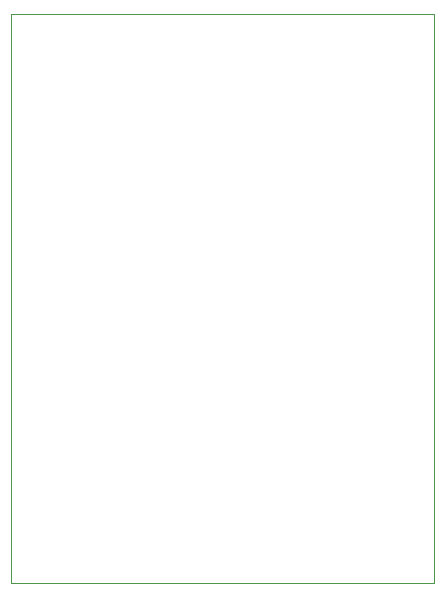
<source format=gm1>
%TF.GenerationSoftware,KiCad,Pcbnew,8.0.2*%
%TF.CreationDate,2025-03-14T14:52:26-04:00*%
%TF.ProjectId,SeniorDesignPCB,53656e69-6f72-4446-9573-69676e504342,rev?*%
%TF.SameCoordinates,Original*%
%TF.FileFunction,Profile,NP*%
%FSLAX46Y46*%
G04 Gerber Fmt 4.6, Leading zero omitted, Abs format (unit mm)*
G04 Created by KiCad (PCBNEW 8.0.2) date 2025-03-14 14:52:26*
%MOMM*%
%LPD*%
G01*
G04 APERTURE LIST*
%TA.AperFunction,Profile*%
%ADD10C,0.050000*%
%TD*%
G04 APERTURE END LIST*
D10*
X42200000Y-38700000D02*
X78000000Y-38700000D01*
X78000000Y-86900000D01*
X42200000Y-86900000D01*
X42200000Y-38700000D01*
M02*

</source>
